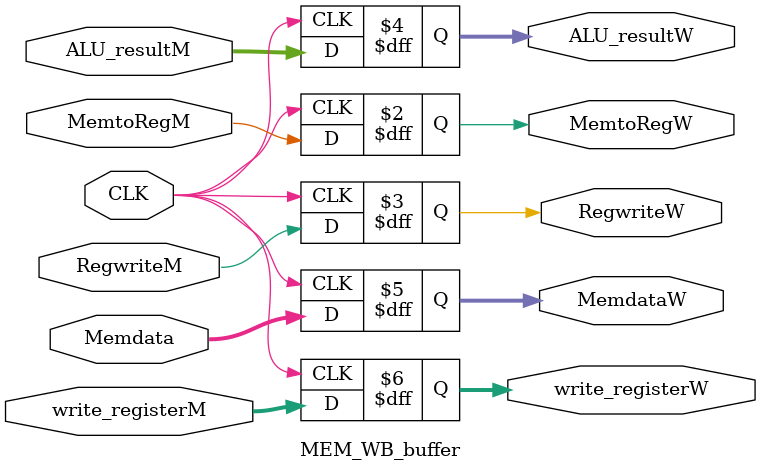
<source format=v>
`timescale 1ns / 10ps

module IF_ID_buffer(
    input [31:0] INSTRUCTION,
    input [31:0] NEW_PC,
    input IF_flush,
    input IF_ID_write,
    input CLK,
    input ENABLE,
    output reg [31:0] next_PC,
    output reg [31:0] instruction_F
    );

    always @(posedge CLK) begin
        if (ENABLE == 1) begin
            if(IF_flush == 1) begin
                next_PC <= NEW_PC;
                instruction_F <= 0;
            end
            else if(IF_ID_write == 1) begin
                next_PC <= NEW_PC;
                instruction_F <= INSTRUCTION;
            end
            else begin
                next_PC <= next_PC;
                instruction_F <= instruction_F;
            end
        end
    end
endmodule

module ID_EX_buffer (
    CLK , read_data1 , read_data2 , rs , rt , rd , imme , opcode , shamt , funct , target , next_PC , 
    RegDstD , MemreadD , MemtoRegD , ALUopD , MemwriteD , ALUSrcD , RegwriteD  , sign_extD,
    RegDstE , MemreadE , MemtoRegE , ALUopE , MemwriteE , ALUSrcE , RegwriteE  , sign_extE,
    read_data_E1 , read_data_E2 , imme_E , rs_E , rt_E , rd_E , opcode_E , shamt_E , funct_E , target_E , next_PC_E);
    input[31:0] read_data1 , read_data2 , next_PC;
    input[5:0] opcode , funct;
    input[4:0] rs , rt , rd , shamt;
    input CLK;
    input RegDstD , MemreadD , MemtoRegD , ALUopD , MemwriteD , ALUSrcD , RegwriteD , sign_extD;
    input[15:0] imme;
    input[25:0] target;
    output reg[31:0] read_data_E1 , read_data_E2 , next_PC_E;
    output reg[5:0] opcode_E , funct_E;
    output reg[4:0] rs_E , rt_E , rd_E , shamt_E;
    output reg RegDstE , MemreadE , MemtoRegE , ALUopE , MemwriteE , ALUSrcE , RegwriteE , sign_extE;
    output reg[15:0] imme_E;
    output reg[25:0] target_E;

    always @(posedge CLK) begin
        read_data_E1 <= read_data1;
        read_data_E2 <= read_data2;
        imme_E <= imme;
        opcode_E <= opcode;
        shamt_E <= shamt;
        funct_E <= funct;
        rs_E <= rs;
        rt_E <= rt;
        rd_E <= rd;
        RegDstE <= RegDstD;
        MemreadE <= MemreadD;
        MemtoRegE <= MemtoRegD;
        ALUopE <= ALUopD;
        MemwriteE <= MemwriteD;
        ALUSrcE <= ALUSrcD;
        RegwriteE <= RegwriteD;
        sign_extE <= sign_extD;
        target_E <= target;
        next_PC_E <= next_PC;
    end
endmodule

module EX_MEM_buffer (CLK , ALU_result , MemreadE , MemtoRegE , MemwriteE , RegwriteE , write_register , read_data_E2 , 
                            ALU_resultM , MemreadM , MemtoRegM , MemwriteM , RegwriteM , write_registerM , read_data_M2);
    input CLK;
    input MemreadE , MemtoRegE , MemwriteE , RegwriteE;
    input[31:0] ALU_result;
    input[4:0] write_register;
    input[31:0] read_data_E2;
    output reg MemreadM , MemtoRegM , MemwriteM , RegwriteM;
    output reg[31:0] ALU_resultM;
    output reg[4:0] write_registerM;
    output reg[31:0] read_data_M2;

    always @(negedge CLK) begin
        ALU_resultM <= ALU_result;
        write_registerM <= write_register;
        MemreadM <= MemreadE;
        MemtoRegM <= MemtoRegE;
        MemwriteM <= MemwriteE;
        RegwriteM <= RegwriteE;
        read_data_M2 <= read_data_E2;
    end
endmodule

module MEM_WB_buffer (CLK , MemtoRegM , RegwriteM , write_registerM , ALU_resultM , Memdata,
                            MemtoRegW , RegwriteW , write_registerW , ALU_resultW , MemdataW);
    input CLK;
    input MemtoRegM , RegwriteM;
    input[31:0] ALU_resultM , Memdata;
    input[4:0] write_registerM;
    output reg MemtoRegW , RegwriteW;
    output reg[31:0] ALU_resultW , MemdataW;
    output reg[4:0] write_registerW;
    always @(negedge CLK) begin
        MemtoRegW <= MemtoRegM;
        RegwriteW <= RegwriteM;
        ALU_resultW <= ALU_resultM;
        MemdataW <= Memdata;
        write_registerW <= write_registerM;
    end
endmodule
</source>
